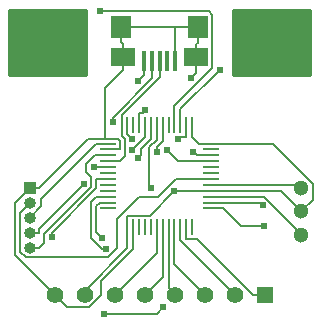
<source format=gbl>
G04 #@! TF.GenerationSoftware,KiCad,Pcbnew,(5.1.10-1-10_14)*
G04 #@! TF.CreationDate,2021-08-08T19:51:24+09:00*
G04 #@! TF.ProjectId,MiniCon,4d696e69-436f-46e2-9e6b-696361645f70,V1.0*
G04 #@! TF.SameCoordinates,Original*
G04 #@! TF.FileFunction,Copper,L2,Bot*
G04 #@! TF.FilePolarity,Positive*
%FSLAX46Y46*%
G04 Gerber Fmt 4.6, Leading zero omitted, Abs format (unit mm)*
G04 Created by KiCad (PCBNEW (5.1.10-1-10_14)) date 2021-08-08 19:51:24*
%MOMM*%
%LPD*%
G01*
G04 APERTURE LIST*
G04 #@! TA.AperFunction,SMDPad,CuDef*
%ADD10R,1.400000X0.150000*%
G04 #@! TD*
G04 #@! TA.AperFunction,SMDPad,CuDef*
%ADD11R,0.150000X1.400000*%
G04 #@! TD*
G04 #@! TA.AperFunction,ComponentPad*
%ADD12C,1.300000*%
G04 #@! TD*
G04 #@! TA.AperFunction,ComponentPad*
%ADD13R,1.000000X1.000000*%
G04 #@! TD*
G04 #@! TA.AperFunction,ComponentPad*
%ADD14O,1.000000X1.000000*%
G04 #@! TD*
G04 #@! TA.AperFunction,ComponentPad*
%ADD15R,1.400000X1.400000*%
G04 #@! TD*
G04 #@! TA.AperFunction,ComponentPad*
%ADD16C,1.400000*%
G04 #@! TD*
G04 #@! TA.AperFunction,SMDPad,CuDef*
%ADD17R,1.800000X1.900000*%
G04 #@! TD*
G04 #@! TA.AperFunction,SMDPad,CuDef*
%ADD18R,2.100000X1.600000*%
G04 #@! TD*
G04 #@! TA.AperFunction,SMDPad,CuDef*
%ADD19R,0.300000X1.750000*%
G04 #@! TD*
G04 #@! TA.AperFunction,ViaPad*
%ADD20C,0.609600*%
G04 #@! TD*
G04 #@! TA.AperFunction,Conductor*
%ADD21C,0.203200*%
G04 #@! TD*
G04 #@! TA.AperFunction,Conductor*
%ADD22C,0.254000*%
G04 #@! TD*
G04 #@! TA.AperFunction,Conductor*
%ADD23C,0.100000*%
G04 #@! TD*
G04 APERTURE END LIST*
D10*
X4350000Y2750000D03*
X4350000Y2250000D03*
X4350000Y1750000D03*
X4350000Y1250000D03*
X4350000Y750000D03*
X4350000Y250000D03*
X4350000Y-250000D03*
X4350000Y-750000D03*
X4350000Y-1250000D03*
X4350000Y-1750000D03*
X4350000Y-2250000D03*
X4350000Y-2750000D03*
D11*
X2750000Y-4350000D03*
X2250000Y-4350000D03*
X1750000Y-4350000D03*
X1250000Y-4350000D03*
X750000Y-4350000D03*
X250000Y-4350000D03*
X-250000Y-4350000D03*
X-750000Y-4350000D03*
X-1250000Y-4350000D03*
X-1750000Y-4350000D03*
X-2250000Y-4350000D03*
X-2750000Y-4350000D03*
D10*
X-4350000Y-2750000D03*
X-4350000Y-2250000D03*
X-4350000Y-1750000D03*
X-4350000Y-1250000D03*
X-4350000Y-750000D03*
X-4350000Y-250000D03*
X-4350000Y250000D03*
X-4350000Y750000D03*
X-4350000Y1250000D03*
X-4350000Y1750000D03*
X-4350000Y2250000D03*
X-4350000Y2750000D03*
D11*
X-2750000Y4350000D03*
X-2250000Y4350000D03*
X-1750000Y4350000D03*
X-1250000Y4350000D03*
X-750000Y4350000D03*
X-250000Y4350000D03*
X250000Y4350000D03*
X750000Y4350000D03*
X1250000Y4350000D03*
X1750000Y4350000D03*
X2250000Y4350000D03*
X2750000Y4350000D03*
D12*
X12000000Y-5000000D03*
X12000000Y-3000000D03*
X12000000Y-1000000D03*
D13*
X-11000000Y-1000000D03*
D14*
X-11000000Y-2270000D03*
X-11000000Y-3540000D03*
X-11000000Y-4810000D03*
X-11000000Y-6080000D03*
D15*
X8900000Y-10050000D03*
D16*
X6360000Y-10050000D03*
X3820000Y-10050000D03*
X1280000Y-10050000D03*
X-1260000Y-10050000D03*
X-3800000Y-10050000D03*
X-6340000Y-10050000D03*
X-8880000Y-10050000D03*
D17*
X3250000Y12600000D03*
X-3250000Y12600000D03*
D18*
X3100000Y10050000D03*
X-3100000Y10050000D03*
D19*
X1300000Y9725000D03*
X650000Y9725000D03*
X0Y9725000D03*
X-650000Y9725000D03*
X-1300000Y9725000D03*
D20*
X1559600Y3140200D03*
X2667300Y8317300D03*
X1250000Y-1250000D03*
X278100Y-11131800D03*
X-4731600Y-11652700D03*
X2800000Y2072700D03*
X580100Y2193100D03*
X-9145000Y-5151200D03*
X-1819200Y8025700D03*
X-5573000Y750000D03*
X-3973200Y4585200D03*
X-2322200Y3135600D03*
X-6399800Y-652200D03*
X-2321100Y2238000D03*
X-1835300Y1564600D03*
X-1225400Y5573100D03*
X-750000Y-1010900D03*
X-250000Y2016000D03*
X-5064500Y13970000D03*
X5078400Y8990300D03*
X8723000Y-2483800D03*
X8834600Y-4255200D03*
X-4524900Y-6170100D03*
X-4909900Y-5234200D03*
X-8750000Y10600000D03*
X6500000Y12950000D03*
D21*
X-3100000Y11100000D02*
X-3100000Y10050000D01*
X-3250000Y11344900D02*
X-3100000Y11194900D01*
X-3100000Y11194900D02*
X-3100000Y11100000D01*
X1300000Y9725000D02*
X1300000Y10315100D01*
X-2250000Y-4350000D02*
X-2250000Y-6196000D01*
X-2250000Y-6196000D02*
X-4926000Y-8872000D01*
X-4926000Y-8872000D02*
X-4926000Y-10075400D01*
X-4926000Y-10075400D02*
X-5963800Y-11113200D01*
X-5963800Y-11113200D02*
X-7816800Y-11113200D01*
X-7816800Y-11113200D02*
X-8880000Y-10050000D01*
X4852600Y-750000D02*
X5355100Y-750000D01*
X4350000Y-750000D02*
X4527400Y-750000D01*
X4852600Y-750000D02*
X4527400Y-750000D01*
X2250000Y3344900D02*
X1764300Y3344900D01*
X1764300Y3344900D02*
X1559600Y3140200D01*
X2250000Y4350000D02*
X2250000Y3344900D01*
X-11000000Y-1000000D02*
X-12260200Y-2260200D01*
X-12260200Y-2260200D02*
X-12260200Y-6669800D01*
X-12260200Y-6669800D02*
X-8880000Y-10050000D01*
X12000000Y-1000000D02*
X11750000Y-750000D01*
X11750000Y-750000D02*
X5355100Y-750000D01*
X-4610000Y3156700D02*
X-4610000Y7434900D01*
X-4610000Y7434900D02*
X-3100000Y8944900D01*
X-3100000Y10050000D02*
X-3100000Y8944900D01*
X-4610000Y3156700D02*
X-6038200Y3156700D01*
X-6038200Y3156700D02*
X-10194900Y-1000000D01*
X-3344900Y2250000D02*
X-3344900Y2951400D01*
X-3344900Y2951400D02*
X-3550200Y3156700D01*
X-3550200Y3156700D02*
X-4610000Y3156700D01*
X-4350000Y2250000D02*
X-3344900Y2250000D01*
X-3250000Y12600000D02*
X-3250000Y11344900D01*
X-11000000Y-1000000D02*
X-10194900Y-1000000D01*
X3100000Y10050000D02*
X3100000Y11150000D01*
X3250000Y11300000D02*
X3250000Y12600000D01*
X3100000Y11150000D02*
X3250000Y11300000D01*
X1300000Y9725000D02*
X1300000Y12550000D01*
X1350000Y12600000D02*
X-3250000Y12600000D01*
X1300000Y12550000D02*
X1350000Y12600000D01*
X3250000Y12600000D02*
X1350000Y12600000D01*
X3100000Y8750000D02*
X2667300Y8317300D01*
X3100000Y10050000D02*
X3100000Y8750000D01*
X1250000Y-1250000D02*
X3344900Y-1250000D01*
X-2750000Y-3344900D02*
X-844900Y-3344900D01*
X-844900Y-3344900D02*
X1250000Y-1250000D01*
X4350000Y-1250000D02*
X3344900Y-1250000D01*
X-2750000Y-4350000D02*
X-2750000Y-3344900D01*
X-6340000Y-10050000D02*
X-6340000Y-9710700D01*
X-6340000Y-9710700D02*
X-2750000Y-6120700D01*
X-2750000Y-6120700D02*
X-2750000Y-4350000D01*
X2750000Y4350000D02*
X2750000Y3344900D01*
X4350000Y2750000D02*
X3344900Y2750000D01*
X3344900Y2750000D02*
X2750000Y3344900D01*
X12000000Y-3000000D02*
X13010300Y-1989700D01*
X13010300Y-1989700D02*
X13010300Y-635500D01*
X13010300Y-635500D02*
X9624800Y2750000D01*
X9624800Y2750000D02*
X4350000Y2750000D01*
X-5355100Y2750000D02*
X-10035900Y-1930800D01*
X-10035900Y-1930800D02*
X-10035900Y-2575900D01*
X-10035900Y-2575900D02*
X-11000000Y-3540000D01*
X-4350000Y2750000D02*
X-5355100Y2750000D01*
X12000000Y-3000000D02*
X10250000Y-1250000D01*
X10250000Y-1250000D02*
X5355100Y-1250000D01*
X4350000Y-1250000D02*
X5355100Y-1250000D01*
X278100Y-11131800D02*
X-242800Y-11652700D01*
X-242800Y-11652700D02*
X-4731600Y-11652700D01*
X4350000Y1750000D02*
X3122700Y1750000D01*
X3122700Y1750000D02*
X2800000Y2072700D01*
X580100Y2193100D02*
X1523200Y1250000D01*
X1523200Y1250000D02*
X3344900Y1250000D01*
X4350000Y1250000D02*
X3344900Y1250000D01*
X-9145000Y-5151200D02*
X-9145000Y-4835200D01*
X-9145000Y-4835200D02*
X-5355100Y-1045300D01*
X-5355100Y-1045300D02*
X-5355100Y-250000D01*
X-4350000Y-250000D02*
X-5355100Y-250000D01*
X-1300000Y8544900D02*
X-1819200Y8025700D01*
X-1300000Y9725000D02*
X-1300000Y8544900D01*
X-3344900Y1250000D02*
X-2938200Y1656700D01*
X-2938200Y1656700D02*
X-2938200Y3119900D01*
X-2938200Y3119900D02*
X-3192400Y3374100D01*
X-3192400Y3374100D02*
X-3192400Y5153200D01*
X-3192400Y5153200D02*
X0Y8345600D01*
X0Y8345600D02*
X0Y8544900D01*
X-4350000Y1250000D02*
X-3344900Y1250000D01*
X0Y9725000D02*
X0Y8544900D01*
X-3973200Y4585200D02*
X-3973200Y4947600D01*
X-3973200Y4947600D02*
X-650000Y8270800D01*
X-650000Y8270800D02*
X-650000Y9725000D01*
X-5355100Y750000D02*
X-5573000Y750000D01*
X-4350000Y750000D02*
X-5355100Y750000D01*
X2250000Y-4350000D02*
X2250000Y-5355100D01*
X8900000Y-10050000D02*
X7894900Y-10050000D01*
X7894900Y-10050000D02*
X3200000Y-5355100D01*
X3200000Y-5355100D02*
X2250000Y-5355100D01*
X6360000Y-10050000D02*
X1750000Y-5440000D01*
X1750000Y-5440000D02*
X1750000Y-4350000D01*
X3820000Y-10050000D02*
X1250000Y-7480000D01*
X1250000Y-7480000D02*
X1250000Y-4350000D01*
X1280000Y-10050000D02*
X750000Y-9520000D01*
X750000Y-9520000D02*
X750000Y-4350000D01*
X250000Y-4350000D02*
X250000Y-8540000D01*
X250000Y-8540000D02*
X-1260000Y-10050000D01*
X-3800000Y-10050000D02*
X-250000Y-6500000D01*
X-250000Y-6500000D02*
X-250000Y-4350000D01*
X4350000Y-250000D02*
X1347200Y-250000D01*
X1347200Y-250000D02*
X-177700Y-1774900D01*
X-177700Y-1774900D02*
X-1783800Y-1774900D01*
X-1783800Y-1774900D02*
X-3616100Y-3607200D01*
X-3616100Y-3607200D02*
X-3616100Y-6124200D01*
X-3616100Y-6124200D02*
X-4385600Y-6893700D01*
X-4385600Y-6893700D02*
X-11354400Y-6893700D01*
X-11354400Y-6893700D02*
X-11836900Y-6411200D01*
X-11836900Y-6411200D02*
X-11836900Y-3106900D01*
X-11836900Y-3106900D02*
X-11000000Y-2270000D01*
X-10194900Y-4810000D02*
X-10194900Y-4447300D01*
X-10194900Y-4447300D02*
X-6399800Y-652200D01*
X-11000000Y-4810000D02*
X-10194900Y-4810000D01*
X-2750000Y4350000D02*
X-2750000Y3563400D01*
X-2750000Y3563400D02*
X-2322200Y3135600D01*
X-10194900Y-6080000D02*
X-9754900Y-5640000D01*
X-9754900Y-5640000D02*
X-9754900Y-4869900D01*
X-9754900Y-4869900D02*
X-5789900Y-904900D01*
X-5789900Y-904900D02*
X-5789900Y-95100D01*
X-5789900Y-95100D02*
X-6201200Y316200D01*
X-6201200Y316200D02*
X-6201200Y999200D01*
X-6201200Y999200D02*
X-5450400Y1750000D01*
X-5450400Y1750000D02*
X-4350000Y1750000D01*
X-11000000Y-6080000D02*
X-10194900Y-6080000D01*
X-1250000Y4350000D02*
X-1250000Y3309100D01*
X-1250000Y3309100D02*
X-2321100Y2238000D01*
X-1835300Y1564600D02*
X-1617800Y1782100D01*
X-1617800Y1782100D02*
X-1617800Y2264300D01*
X-1617800Y2264300D02*
X-750000Y3132100D01*
X-750000Y3132100D02*
X-750000Y4350000D01*
X-1750000Y5355100D02*
X-1443400Y5355100D01*
X-1443400Y5355100D02*
X-1225400Y5573100D01*
X-1750000Y4350000D02*
X-1750000Y5355100D01*
X-750000Y-1010900D02*
X-871300Y-889600D01*
X-871300Y-889600D02*
X-871300Y2435500D01*
X-871300Y2435500D02*
X-250000Y3056800D01*
X-250000Y3056800D02*
X-250000Y4350000D01*
X250000Y3344900D02*
X250000Y2981600D01*
X250000Y2981600D02*
X-250000Y2481600D01*
X-250000Y2481600D02*
X-250000Y2016000D01*
X250000Y4350000D02*
X250000Y3344900D01*
X1250000Y4350000D02*
X1250000Y5889000D01*
X1250000Y5889000D02*
X4468400Y9107400D01*
X4468400Y9107400D02*
X4468400Y13669000D01*
X4468400Y13669000D02*
X4167400Y13970000D01*
X4167400Y13970000D02*
X-5064500Y13970000D01*
X5078400Y8990300D02*
X1750000Y5661900D01*
X1750000Y5661900D02*
X1750000Y4350000D01*
X8723000Y-2483800D02*
X8489200Y-2250000D01*
X8489200Y-2250000D02*
X4350000Y-2250000D01*
X5355100Y-2750000D02*
X6860300Y-4255200D01*
X6860300Y-4255200D02*
X8834600Y-4255200D01*
X4350000Y-2750000D02*
X5355100Y-2750000D01*
X12000000Y-5000000D02*
X12000000Y-4897000D01*
X12000000Y-4897000D02*
X8853000Y-1750000D01*
X8853000Y-1750000D02*
X4350000Y-1750000D01*
X-4524900Y-6170100D02*
X-4860600Y-6170100D01*
X-4860600Y-6170100D02*
X-5805700Y-5225000D01*
X-5805700Y-5225000D02*
X-5805700Y-2200600D01*
X-5805700Y-2200600D02*
X-5355100Y-1750000D01*
X-4350000Y-1750000D02*
X-5355100Y-1750000D01*
X-4350000Y-2250000D02*
X-5061900Y-2250000D01*
X-5061900Y-2250000D02*
X-5377200Y-2565300D01*
X-5377200Y-2565300D02*
X-5377200Y-4766900D01*
X-5377200Y-4766900D02*
X-4909900Y-5234200D01*
D22*
X12740000Y8577000D02*
X6227000Y8577000D01*
X6227000Y14090000D01*
X12740000Y14090000D01*
X12740000Y8577000D01*
G04 #@! TA.AperFunction,Conductor*
D23*
G36*
X12740000Y8577000D02*
G01*
X6227000Y8577000D01*
X6227000Y14090000D01*
X12740000Y14090000D01*
X12740000Y8577000D01*
G37*
G04 #@! TD.AperFunction*
D22*
X-6227000Y8577000D02*
X-12740000Y8577000D01*
X-12740000Y14090000D01*
X-6227000Y14090000D01*
X-6227000Y8577000D01*
G04 #@! TA.AperFunction,Conductor*
D23*
G36*
X-6227000Y8577000D02*
G01*
X-12740000Y8577000D01*
X-12740000Y14090000D01*
X-6227000Y14090000D01*
X-6227000Y8577000D01*
G37*
G04 #@! TD.AperFunction*
M02*

</source>
